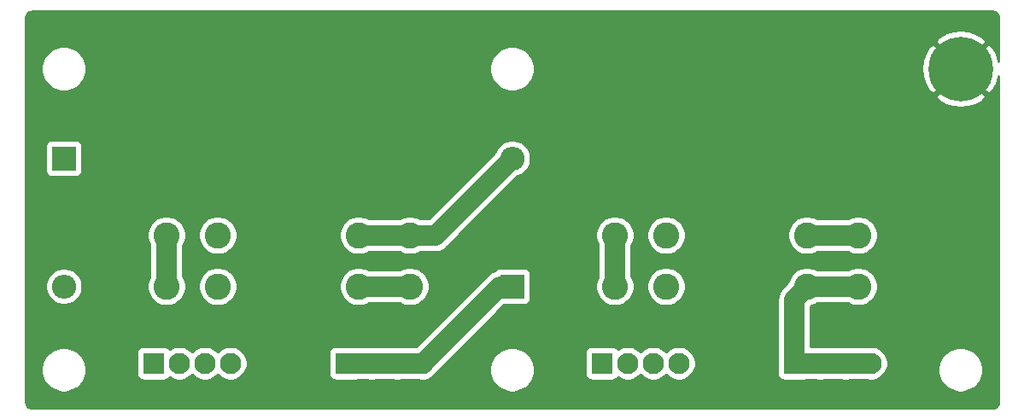
<source format=gbr>
G04 #@! TF.GenerationSoftware,KiCad,Pcbnew,(5.1.5)-3*
G04 #@! TF.CreationDate,2020-04-17T22:42:38-05:00*
G04 #@! TF.ProjectId,Breadboard-Power-Connectors,42726561-6462-46f6-9172-642d506f7765,rev?*
G04 #@! TF.SameCoordinates,Original*
G04 #@! TF.FileFunction,Copper,L2,Bot*
G04 #@! TF.FilePolarity,Positive*
%FSLAX46Y46*%
G04 Gerber Fmt 4.6, Leading zero omitted, Abs format (unit mm)*
G04 Created by KiCad (PCBNEW (5.1.5)-3) date 2020-04-17 22:42:38*
%MOMM*%
%LPD*%
G04 APERTURE LIST*
%ADD10R,2.400000X2.400000*%
%ADD11O,2.400000X2.400000*%
%ADD12C,6.400000*%
%ADD13C,2.600000*%
%ADD14R,2.100000X2.100000*%
%ADD15C,2.100000*%
%ADD16C,2.000000*%
%ADD17C,0.254000*%
G04 APERTURE END LIST*
D10*
X101600000Y-72390000D03*
D11*
X101600000Y-85090000D03*
X146050000Y-72390000D03*
D10*
X146050000Y-85090000D03*
D12*
X190500000Y-63500000D03*
D13*
X116840000Y-80010000D03*
X111760000Y-80010000D03*
X116840000Y-85090000D03*
X111760000Y-85090000D03*
D14*
X110490000Y-92710000D03*
D15*
X113030000Y-92710000D03*
X115570000Y-92710000D03*
X118110000Y-92710000D03*
D13*
X130810000Y-85090000D03*
X135890000Y-85090000D03*
X130810000Y-80010000D03*
X135890000Y-80010000D03*
D15*
X137160000Y-92710000D03*
X134620000Y-92710000D03*
X132080000Y-92710000D03*
D14*
X129540000Y-92710000D03*
D13*
X161290000Y-80010000D03*
X156210000Y-80010000D03*
X161290000Y-85090000D03*
X156210000Y-85090000D03*
D14*
X154940000Y-92710000D03*
D15*
X157480000Y-92710000D03*
X160020000Y-92710000D03*
X162560000Y-92710000D03*
D13*
X175260000Y-85090000D03*
X180340000Y-85090000D03*
X175260000Y-80010000D03*
X180340000Y-80010000D03*
D14*
X173990000Y-92710000D03*
D15*
X176530000Y-92710000D03*
X179070000Y-92710000D03*
X181610000Y-92710000D03*
D16*
X111760000Y-80010000D02*
X111760000Y-85090000D01*
X130810000Y-80010000D02*
X135890000Y-80010000D01*
X138430000Y-80010000D02*
X146050000Y-72390000D01*
X135890000Y-80010000D02*
X138430000Y-80010000D01*
X130810000Y-85090000D02*
X135890000Y-85090000D01*
X144780000Y-85090000D02*
X137160000Y-92710000D01*
X146050000Y-85090000D02*
X144780000Y-85090000D01*
X137160000Y-92710000D02*
X134620000Y-92710000D01*
X134620000Y-92710000D02*
X132080000Y-92710000D01*
X132080000Y-92710000D02*
X129540000Y-92710000D01*
X156210000Y-80010000D02*
X156210000Y-85090000D01*
X173990000Y-92710000D02*
X176530000Y-92710000D01*
X176530000Y-92710000D02*
X179070000Y-92710000D01*
X179070000Y-92710000D02*
X181610000Y-92710000D01*
X173990000Y-86360000D02*
X175260000Y-85090000D01*
X173990000Y-92710000D02*
X173990000Y-86360000D01*
X175260000Y-85090000D02*
X180340000Y-85090000D01*
X175260000Y-80010000D02*
X180340000Y-80010000D01*
D17*
G36*
X193792869Y-57824722D02*
G01*
X193906246Y-57858953D01*
X194010819Y-57914555D01*
X194102596Y-57989407D01*
X194178091Y-58080664D01*
X194234419Y-58184844D01*
X194269440Y-58297976D01*
X194285000Y-58446022D01*
X194285000Y-62780986D01*
X194284178Y-62772062D01*
X194069452Y-62047792D01*
X193717555Y-61379330D01*
X193690548Y-61338912D01*
X193200881Y-60978724D01*
X190679605Y-63500000D01*
X193200881Y-66021276D01*
X193690548Y-65661088D01*
X194050849Y-64997118D01*
X194274694Y-64275615D01*
X194285000Y-64177335D01*
X194285001Y-96487711D01*
X194270278Y-96637869D01*
X194236047Y-96751246D01*
X194180446Y-96855817D01*
X194105594Y-96947595D01*
X194014335Y-97023091D01*
X193910160Y-97079419D01*
X193797024Y-97114440D01*
X193648979Y-97130000D01*
X98457279Y-97130000D01*
X98307131Y-97115278D01*
X98193754Y-97081047D01*
X98089183Y-97025446D01*
X97997405Y-96950594D01*
X97921909Y-96859335D01*
X97865581Y-96755160D01*
X97830560Y-96642024D01*
X97815000Y-96493979D01*
X97815000Y-93124872D01*
X99365000Y-93124872D01*
X99365000Y-93565128D01*
X99450890Y-93996925D01*
X99619369Y-94403669D01*
X99863962Y-94769729D01*
X100175271Y-95081038D01*
X100541331Y-95325631D01*
X100948075Y-95494110D01*
X101379872Y-95580000D01*
X101820128Y-95580000D01*
X102251925Y-95494110D01*
X102658669Y-95325631D01*
X103024729Y-95081038D01*
X103336038Y-94769729D01*
X103580631Y-94403669D01*
X103749110Y-93996925D01*
X103835000Y-93565128D01*
X103835000Y-93124872D01*
X103749110Y-92693075D01*
X103580631Y-92286331D01*
X103336038Y-91920271D01*
X103075767Y-91660000D01*
X108801928Y-91660000D01*
X108801928Y-93760000D01*
X108814188Y-93884482D01*
X108850498Y-94004180D01*
X108909463Y-94114494D01*
X108988815Y-94211185D01*
X109085506Y-94290537D01*
X109195820Y-94349502D01*
X109315518Y-94385812D01*
X109440000Y-94398072D01*
X111540000Y-94398072D01*
X111664482Y-94385812D01*
X111784180Y-94349502D01*
X111894494Y-94290537D01*
X111991185Y-94211185D01*
X112070537Y-94114494D01*
X112078042Y-94100454D01*
X112231853Y-94203228D01*
X112538504Y-94330246D01*
X112864042Y-94395000D01*
X113195958Y-94395000D01*
X113521496Y-94330246D01*
X113828147Y-94203228D01*
X114104125Y-94018825D01*
X114300000Y-93822950D01*
X114495875Y-94018825D01*
X114771853Y-94203228D01*
X115078504Y-94330246D01*
X115404042Y-94395000D01*
X115735958Y-94395000D01*
X116061496Y-94330246D01*
X116368147Y-94203228D01*
X116644125Y-94018825D01*
X116840000Y-93822950D01*
X117035875Y-94018825D01*
X117311853Y-94203228D01*
X117618504Y-94330246D01*
X117944042Y-94395000D01*
X118275958Y-94395000D01*
X118601496Y-94330246D01*
X118908147Y-94203228D01*
X119184125Y-94018825D01*
X119418825Y-93784125D01*
X119603228Y-93508147D01*
X119730246Y-93201496D01*
X119795000Y-92875958D01*
X119795000Y-92544042D01*
X119730246Y-92218504D01*
X119603228Y-91911853D01*
X119434945Y-91660000D01*
X127851928Y-91660000D01*
X127851928Y-93760000D01*
X127864188Y-93884482D01*
X127900498Y-94004180D01*
X127959463Y-94114494D01*
X128038815Y-94211185D01*
X128135506Y-94290537D01*
X128245820Y-94349502D01*
X128365518Y-94385812D01*
X128490000Y-94398072D01*
X130590000Y-94398072D01*
X130714482Y-94385812D01*
X130834180Y-94349502D01*
X130842603Y-94345000D01*
X131662677Y-94345000D01*
X131914042Y-94395000D01*
X132245958Y-94395000D01*
X132497323Y-94345000D01*
X134202677Y-94345000D01*
X134454042Y-94395000D01*
X134785958Y-94395000D01*
X135037323Y-94345000D01*
X136742677Y-94345000D01*
X136994042Y-94395000D01*
X137325958Y-94395000D01*
X137651496Y-94330246D01*
X137958147Y-94203228D01*
X138234125Y-94018825D01*
X138468825Y-93784125D01*
X138611216Y-93571022D01*
X139057366Y-93124872D01*
X143815000Y-93124872D01*
X143815000Y-93565128D01*
X143900890Y-93996925D01*
X144069369Y-94403669D01*
X144313962Y-94769729D01*
X144625271Y-95081038D01*
X144991331Y-95325631D01*
X145398075Y-95494110D01*
X145829872Y-95580000D01*
X146270128Y-95580000D01*
X146701925Y-95494110D01*
X147108669Y-95325631D01*
X147474729Y-95081038D01*
X147786038Y-94769729D01*
X148030631Y-94403669D01*
X148199110Y-93996925D01*
X148285000Y-93565128D01*
X148285000Y-93124872D01*
X148199110Y-92693075D01*
X148030631Y-92286331D01*
X147786038Y-91920271D01*
X147525767Y-91660000D01*
X153251928Y-91660000D01*
X153251928Y-93760000D01*
X153264188Y-93884482D01*
X153300498Y-94004180D01*
X153359463Y-94114494D01*
X153438815Y-94211185D01*
X153535506Y-94290537D01*
X153645820Y-94349502D01*
X153765518Y-94385812D01*
X153890000Y-94398072D01*
X155990000Y-94398072D01*
X156114482Y-94385812D01*
X156234180Y-94349502D01*
X156344494Y-94290537D01*
X156441185Y-94211185D01*
X156520537Y-94114494D01*
X156528042Y-94100454D01*
X156681853Y-94203228D01*
X156988504Y-94330246D01*
X157314042Y-94395000D01*
X157645958Y-94395000D01*
X157971496Y-94330246D01*
X158278147Y-94203228D01*
X158554125Y-94018825D01*
X158750000Y-93822950D01*
X158945875Y-94018825D01*
X159221853Y-94203228D01*
X159528504Y-94330246D01*
X159854042Y-94395000D01*
X160185958Y-94395000D01*
X160511496Y-94330246D01*
X160818147Y-94203228D01*
X161094125Y-94018825D01*
X161290000Y-93822950D01*
X161485875Y-94018825D01*
X161761853Y-94203228D01*
X162068504Y-94330246D01*
X162394042Y-94395000D01*
X162725958Y-94395000D01*
X163051496Y-94330246D01*
X163358147Y-94203228D01*
X163634125Y-94018825D01*
X163868825Y-93784125D01*
X164053228Y-93508147D01*
X164180246Y-93201496D01*
X164245000Y-92875958D01*
X164245000Y-92544042D01*
X164180246Y-92218504D01*
X164053228Y-91911853D01*
X163884945Y-91660000D01*
X172301928Y-91660000D01*
X172301928Y-93760000D01*
X172314188Y-93884482D01*
X172350498Y-94004180D01*
X172409463Y-94114494D01*
X172488815Y-94211185D01*
X172585506Y-94290537D01*
X172695820Y-94349502D01*
X172815518Y-94385812D01*
X172940000Y-94398072D01*
X175040000Y-94398072D01*
X175164482Y-94385812D01*
X175284180Y-94349502D01*
X175292603Y-94345000D01*
X176112677Y-94345000D01*
X176364042Y-94395000D01*
X176695958Y-94395000D01*
X176947323Y-94345000D01*
X178652677Y-94345000D01*
X178904042Y-94395000D01*
X179235958Y-94395000D01*
X179487323Y-94345000D01*
X181192677Y-94345000D01*
X181444042Y-94395000D01*
X181775958Y-94395000D01*
X182101496Y-94330246D01*
X182408147Y-94203228D01*
X182684125Y-94018825D01*
X182918825Y-93784125D01*
X183103228Y-93508147D01*
X183230246Y-93201496D01*
X183245487Y-93124872D01*
X188265000Y-93124872D01*
X188265000Y-93565128D01*
X188350890Y-93996925D01*
X188519369Y-94403669D01*
X188763962Y-94769729D01*
X189075271Y-95081038D01*
X189441331Y-95325631D01*
X189848075Y-95494110D01*
X190279872Y-95580000D01*
X190720128Y-95580000D01*
X191151925Y-95494110D01*
X191558669Y-95325631D01*
X191924729Y-95081038D01*
X192236038Y-94769729D01*
X192480631Y-94403669D01*
X192649110Y-93996925D01*
X192735000Y-93565128D01*
X192735000Y-93124872D01*
X192649110Y-92693075D01*
X192480631Y-92286331D01*
X192236038Y-91920271D01*
X191924729Y-91608962D01*
X191558669Y-91364369D01*
X191151925Y-91195890D01*
X190720128Y-91110000D01*
X190279872Y-91110000D01*
X189848075Y-91195890D01*
X189441331Y-91364369D01*
X189075271Y-91608962D01*
X188763962Y-91920271D01*
X188519369Y-92286331D01*
X188350890Y-92693075D01*
X188265000Y-93124872D01*
X183245487Y-93124872D01*
X183295000Y-92875958D01*
X183295000Y-92544042D01*
X183230246Y-92218504D01*
X183103228Y-91911853D01*
X182918825Y-91635875D01*
X182684125Y-91401175D01*
X182408147Y-91216772D01*
X182101496Y-91089754D01*
X181775958Y-91025000D01*
X181444042Y-91025000D01*
X181192677Y-91075000D01*
X179487323Y-91075000D01*
X179235958Y-91025000D01*
X178904042Y-91025000D01*
X178652677Y-91075000D01*
X176947323Y-91075000D01*
X176695958Y-91025000D01*
X176364042Y-91025000D01*
X176112677Y-91075000D01*
X175625000Y-91075000D01*
X175625000Y-87037238D01*
X175683586Y-86978652D01*
X175824419Y-86950639D01*
X176176566Y-86804775D01*
X176295958Y-86725000D01*
X179304042Y-86725000D01*
X179423434Y-86804775D01*
X179775581Y-86950639D01*
X180149419Y-87025000D01*
X180530581Y-87025000D01*
X180904419Y-86950639D01*
X181256566Y-86804775D01*
X181573491Y-86593013D01*
X181843013Y-86323491D01*
X182054775Y-86006566D01*
X182200639Y-85654419D01*
X182275000Y-85280581D01*
X182275000Y-84899419D01*
X182200639Y-84525581D01*
X182054775Y-84173434D01*
X181843013Y-83856509D01*
X181573491Y-83586987D01*
X181256566Y-83375225D01*
X180904419Y-83229361D01*
X180530581Y-83155000D01*
X180149419Y-83155000D01*
X179775581Y-83229361D01*
X179423434Y-83375225D01*
X179304042Y-83455000D01*
X176295958Y-83455000D01*
X176176566Y-83375225D01*
X175824419Y-83229361D01*
X175450581Y-83155000D01*
X175069419Y-83155000D01*
X174695581Y-83229361D01*
X174343434Y-83375225D01*
X174026509Y-83586987D01*
X173756987Y-83856509D01*
X173545225Y-84173434D01*
X173399361Y-84525581D01*
X173371348Y-84666414D01*
X172890682Y-85147080D01*
X172828287Y-85198286D01*
X172760750Y-85280581D01*
X172623970Y-85447248D01*
X172472148Y-85731286D01*
X172378658Y-86039484D01*
X172347089Y-86360000D01*
X172355001Y-86440329D01*
X172355000Y-91407397D01*
X172350498Y-91415820D01*
X172314188Y-91535518D01*
X172301928Y-91660000D01*
X163884945Y-91660000D01*
X163868825Y-91635875D01*
X163634125Y-91401175D01*
X163358147Y-91216772D01*
X163051496Y-91089754D01*
X162725958Y-91025000D01*
X162394042Y-91025000D01*
X162068504Y-91089754D01*
X161761853Y-91216772D01*
X161485875Y-91401175D01*
X161290000Y-91597050D01*
X161094125Y-91401175D01*
X160818147Y-91216772D01*
X160511496Y-91089754D01*
X160185958Y-91025000D01*
X159854042Y-91025000D01*
X159528504Y-91089754D01*
X159221853Y-91216772D01*
X158945875Y-91401175D01*
X158750000Y-91597050D01*
X158554125Y-91401175D01*
X158278147Y-91216772D01*
X157971496Y-91089754D01*
X157645958Y-91025000D01*
X157314042Y-91025000D01*
X156988504Y-91089754D01*
X156681853Y-91216772D01*
X156528042Y-91319546D01*
X156520537Y-91305506D01*
X156441185Y-91208815D01*
X156344494Y-91129463D01*
X156234180Y-91070498D01*
X156114482Y-91034188D01*
X155990000Y-91021928D01*
X153890000Y-91021928D01*
X153765518Y-91034188D01*
X153645820Y-91070498D01*
X153535506Y-91129463D01*
X153438815Y-91208815D01*
X153359463Y-91305506D01*
X153300498Y-91415820D01*
X153264188Y-91535518D01*
X153251928Y-91660000D01*
X147525767Y-91660000D01*
X147474729Y-91608962D01*
X147108669Y-91364369D01*
X146701925Y-91195890D01*
X146270128Y-91110000D01*
X145829872Y-91110000D01*
X145398075Y-91195890D01*
X144991331Y-91364369D01*
X144625271Y-91608962D01*
X144313962Y-91920271D01*
X144069369Y-92286331D01*
X143900890Y-92693075D01*
X143815000Y-93124872D01*
X139057366Y-93124872D01*
X145254167Y-86928072D01*
X147250000Y-86928072D01*
X147374482Y-86915812D01*
X147494180Y-86879502D01*
X147604494Y-86820537D01*
X147701185Y-86741185D01*
X147780537Y-86644494D01*
X147839502Y-86534180D01*
X147875812Y-86414482D01*
X147888072Y-86290000D01*
X147888072Y-83890000D01*
X147875812Y-83765518D01*
X147839502Y-83645820D01*
X147780537Y-83535506D01*
X147701185Y-83438815D01*
X147604494Y-83359463D01*
X147494180Y-83300498D01*
X147374482Y-83264188D01*
X147250000Y-83251928D01*
X144850000Y-83251928D01*
X144725518Y-83264188D01*
X144605820Y-83300498D01*
X144495506Y-83359463D01*
X144398815Y-83438815D01*
X144335170Y-83516367D01*
X144151285Y-83572148D01*
X143867248Y-83723969D01*
X143618286Y-83928286D01*
X143567080Y-83990681D01*
X136482762Y-91075000D01*
X135037323Y-91075000D01*
X134785958Y-91025000D01*
X134454042Y-91025000D01*
X134202677Y-91075000D01*
X132497323Y-91075000D01*
X132245958Y-91025000D01*
X131914042Y-91025000D01*
X131662677Y-91075000D01*
X130842603Y-91075000D01*
X130834180Y-91070498D01*
X130714482Y-91034188D01*
X130590000Y-91021928D01*
X128490000Y-91021928D01*
X128365518Y-91034188D01*
X128245820Y-91070498D01*
X128135506Y-91129463D01*
X128038815Y-91208815D01*
X127959463Y-91305506D01*
X127900498Y-91415820D01*
X127864188Y-91535518D01*
X127851928Y-91660000D01*
X119434945Y-91660000D01*
X119418825Y-91635875D01*
X119184125Y-91401175D01*
X118908147Y-91216772D01*
X118601496Y-91089754D01*
X118275958Y-91025000D01*
X117944042Y-91025000D01*
X117618504Y-91089754D01*
X117311853Y-91216772D01*
X117035875Y-91401175D01*
X116840000Y-91597050D01*
X116644125Y-91401175D01*
X116368147Y-91216772D01*
X116061496Y-91089754D01*
X115735958Y-91025000D01*
X115404042Y-91025000D01*
X115078504Y-91089754D01*
X114771853Y-91216772D01*
X114495875Y-91401175D01*
X114300000Y-91597050D01*
X114104125Y-91401175D01*
X113828147Y-91216772D01*
X113521496Y-91089754D01*
X113195958Y-91025000D01*
X112864042Y-91025000D01*
X112538504Y-91089754D01*
X112231853Y-91216772D01*
X112078042Y-91319546D01*
X112070537Y-91305506D01*
X111991185Y-91208815D01*
X111894494Y-91129463D01*
X111784180Y-91070498D01*
X111664482Y-91034188D01*
X111540000Y-91021928D01*
X109440000Y-91021928D01*
X109315518Y-91034188D01*
X109195820Y-91070498D01*
X109085506Y-91129463D01*
X108988815Y-91208815D01*
X108909463Y-91305506D01*
X108850498Y-91415820D01*
X108814188Y-91535518D01*
X108801928Y-91660000D01*
X103075767Y-91660000D01*
X103024729Y-91608962D01*
X102658669Y-91364369D01*
X102251925Y-91195890D01*
X101820128Y-91110000D01*
X101379872Y-91110000D01*
X100948075Y-91195890D01*
X100541331Y-91364369D01*
X100175271Y-91608962D01*
X99863962Y-91920271D01*
X99619369Y-92286331D01*
X99450890Y-92693075D01*
X99365000Y-93124872D01*
X97815000Y-93124872D01*
X97815000Y-84909268D01*
X99765000Y-84909268D01*
X99765000Y-85270732D01*
X99835518Y-85625250D01*
X99973844Y-85959199D01*
X100174662Y-86259744D01*
X100430256Y-86515338D01*
X100730801Y-86716156D01*
X101064750Y-86854482D01*
X101419268Y-86925000D01*
X101780732Y-86925000D01*
X102135250Y-86854482D01*
X102469199Y-86716156D01*
X102769744Y-86515338D01*
X103025338Y-86259744D01*
X103226156Y-85959199D01*
X103364482Y-85625250D01*
X103435000Y-85270732D01*
X103435000Y-84909268D01*
X103364482Y-84554750D01*
X103226156Y-84220801D01*
X103025338Y-83920256D01*
X102769744Y-83664662D01*
X102469199Y-83463844D01*
X102135250Y-83325518D01*
X101780732Y-83255000D01*
X101419268Y-83255000D01*
X101064750Y-83325518D01*
X100730801Y-83463844D01*
X100430256Y-83664662D01*
X100174662Y-83920256D01*
X99973844Y-84220801D01*
X99835518Y-84554750D01*
X99765000Y-84909268D01*
X97815000Y-84909268D01*
X97815000Y-79819419D01*
X109825000Y-79819419D01*
X109825000Y-80200581D01*
X109899361Y-80574419D01*
X110045225Y-80926566D01*
X110125000Y-81045958D01*
X110125001Y-84054041D01*
X110045225Y-84173434D01*
X109899361Y-84525581D01*
X109825000Y-84899419D01*
X109825000Y-85280581D01*
X109899361Y-85654419D01*
X110045225Y-86006566D01*
X110256987Y-86323491D01*
X110526509Y-86593013D01*
X110843434Y-86804775D01*
X111195581Y-86950639D01*
X111569419Y-87025000D01*
X111950581Y-87025000D01*
X112324419Y-86950639D01*
X112676566Y-86804775D01*
X112993491Y-86593013D01*
X113263013Y-86323491D01*
X113474775Y-86006566D01*
X113620639Y-85654419D01*
X113695000Y-85280581D01*
X113695000Y-84899419D01*
X114905000Y-84899419D01*
X114905000Y-85280581D01*
X114979361Y-85654419D01*
X115125225Y-86006566D01*
X115336987Y-86323491D01*
X115606509Y-86593013D01*
X115923434Y-86804775D01*
X116275581Y-86950639D01*
X116649419Y-87025000D01*
X117030581Y-87025000D01*
X117404419Y-86950639D01*
X117756566Y-86804775D01*
X118073491Y-86593013D01*
X118343013Y-86323491D01*
X118554775Y-86006566D01*
X118700639Y-85654419D01*
X118775000Y-85280581D01*
X118775000Y-84899419D01*
X128875000Y-84899419D01*
X128875000Y-85280581D01*
X128949361Y-85654419D01*
X129095225Y-86006566D01*
X129306987Y-86323491D01*
X129576509Y-86593013D01*
X129893434Y-86804775D01*
X130245581Y-86950639D01*
X130619419Y-87025000D01*
X131000581Y-87025000D01*
X131374419Y-86950639D01*
X131726566Y-86804775D01*
X131845958Y-86725000D01*
X134854042Y-86725000D01*
X134973434Y-86804775D01*
X135325581Y-86950639D01*
X135699419Y-87025000D01*
X136080581Y-87025000D01*
X136454419Y-86950639D01*
X136806566Y-86804775D01*
X137123491Y-86593013D01*
X137393013Y-86323491D01*
X137604775Y-86006566D01*
X137750639Y-85654419D01*
X137825000Y-85280581D01*
X137825000Y-84899419D01*
X137750639Y-84525581D01*
X137604775Y-84173434D01*
X137393013Y-83856509D01*
X137123491Y-83586987D01*
X136806566Y-83375225D01*
X136454419Y-83229361D01*
X136080581Y-83155000D01*
X135699419Y-83155000D01*
X135325581Y-83229361D01*
X134973434Y-83375225D01*
X134854042Y-83455000D01*
X131845958Y-83455000D01*
X131726566Y-83375225D01*
X131374419Y-83229361D01*
X131000581Y-83155000D01*
X130619419Y-83155000D01*
X130245581Y-83229361D01*
X129893434Y-83375225D01*
X129576509Y-83586987D01*
X129306987Y-83856509D01*
X129095225Y-84173434D01*
X128949361Y-84525581D01*
X128875000Y-84899419D01*
X118775000Y-84899419D01*
X118700639Y-84525581D01*
X118554775Y-84173434D01*
X118343013Y-83856509D01*
X118073491Y-83586987D01*
X117756566Y-83375225D01*
X117404419Y-83229361D01*
X117030581Y-83155000D01*
X116649419Y-83155000D01*
X116275581Y-83229361D01*
X115923434Y-83375225D01*
X115606509Y-83586987D01*
X115336987Y-83856509D01*
X115125225Y-84173434D01*
X114979361Y-84525581D01*
X114905000Y-84899419D01*
X113695000Y-84899419D01*
X113620639Y-84525581D01*
X113474775Y-84173434D01*
X113395000Y-84054042D01*
X113395000Y-81045958D01*
X113474775Y-80926566D01*
X113620639Y-80574419D01*
X113695000Y-80200581D01*
X113695000Y-79819419D01*
X114905000Y-79819419D01*
X114905000Y-80200581D01*
X114979361Y-80574419D01*
X115125225Y-80926566D01*
X115336987Y-81243491D01*
X115606509Y-81513013D01*
X115923434Y-81724775D01*
X116275581Y-81870639D01*
X116649419Y-81945000D01*
X117030581Y-81945000D01*
X117404419Y-81870639D01*
X117756566Y-81724775D01*
X118073491Y-81513013D01*
X118343013Y-81243491D01*
X118554775Y-80926566D01*
X118700639Y-80574419D01*
X118775000Y-80200581D01*
X118775000Y-79819419D01*
X128875000Y-79819419D01*
X128875000Y-80200581D01*
X128949361Y-80574419D01*
X129095225Y-80926566D01*
X129306987Y-81243491D01*
X129576509Y-81513013D01*
X129893434Y-81724775D01*
X130245581Y-81870639D01*
X130619419Y-81945000D01*
X131000581Y-81945000D01*
X131374419Y-81870639D01*
X131726566Y-81724775D01*
X131845958Y-81645000D01*
X134854042Y-81645000D01*
X134973434Y-81724775D01*
X135325581Y-81870639D01*
X135699419Y-81945000D01*
X136080581Y-81945000D01*
X136454419Y-81870639D01*
X136806566Y-81724775D01*
X136925958Y-81645000D01*
X138349681Y-81645000D01*
X138430000Y-81652911D01*
X138510319Y-81645000D01*
X138510322Y-81645000D01*
X138750516Y-81621343D01*
X139058715Y-81527852D01*
X139342752Y-81376031D01*
X139591714Y-81171714D01*
X139642925Y-81109313D01*
X140932819Y-79819419D01*
X154275000Y-79819419D01*
X154275000Y-80200581D01*
X154349361Y-80574419D01*
X154495225Y-80926566D01*
X154575000Y-81045958D01*
X154575001Y-84054041D01*
X154495225Y-84173434D01*
X154349361Y-84525581D01*
X154275000Y-84899419D01*
X154275000Y-85280581D01*
X154349361Y-85654419D01*
X154495225Y-86006566D01*
X154706987Y-86323491D01*
X154976509Y-86593013D01*
X155293434Y-86804775D01*
X155645581Y-86950639D01*
X156019419Y-87025000D01*
X156400581Y-87025000D01*
X156774419Y-86950639D01*
X157126566Y-86804775D01*
X157443491Y-86593013D01*
X157713013Y-86323491D01*
X157924775Y-86006566D01*
X158070639Y-85654419D01*
X158145000Y-85280581D01*
X158145000Y-84899419D01*
X159355000Y-84899419D01*
X159355000Y-85280581D01*
X159429361Y-85654419D01*
X159575225Y-86006566D01*
X159786987Y-86323491D01*
X160056509Y-86593013D01*
X160373434Y-86804775D01*
X160725581Y-86950639D01*
X161099419Y-87025000D01*
X161480581Y-87025000D01*
X161854419Y-86950639D01*
X162206566Y-86804775D01*
X162523491Y-86593013D01*
X162793013Y-86323491D01*
X163004775Y-86006566D01*
X163150639Y-85654419D01*
X163225000Y-85280581D01*
X163225000Y-84899419D01*
X163150639Y-84525581D01*
X163004775Y-84173434D01*
X162793013Y-83856509D01*
X162523491Y-83586987D01*
X162206566Y-83375225D01*
X161854419Y-83229361D01*
X161480581Y-83155000D01*
X161099419Y-83155000D01*
X160725581Y-83229361D01*
X160373434Y-83375225D01*
X160056509Y-83586987D01*
X159786987Y-83856509D01*
X159575225Y-84173434D01*
X159429361Y-84525581D01*
X159355000Y-84899419D01*
X158145000Y-84899419D01*
X158070639Y-84525581D01*
X157924775Y-84173434D01*
X157845000Y-84054042D01*
X157845000Y-81045958D01*
X157924775Y-80926566D01*
X158070639Y-80574419D01*
X158145000Y-80200581D01*
X158145000Y-79819419D01*
X159355000Y-79819419D01*
X159355000Y-80200581D01*
X159429361Y-80574419D01*
X159575225Y-80926566D01*
X159786987Y-81243491D01*
X160056509Y-81513013D01*
X160373434Y-81724775D01*
X160725581Y-81870639D01*
X161099419Y-81945000D01*
X161480581Y-81945000D01*
X161854419Y-81870639D01*
X162206566Y-81724775D01*
X162523491Y-81513013D01*
X162793013Y-81243491D01*
X163004775Y-80926566D01*
X163150639Y-80574419D01*
X163225000Y-80200581D01*
X163225000Y-79819419D01*
X173325000Y-79819419D01*
X173325000Y-80200581D01*
X173399361Y-80574419D01*
X173545225Y-80926566D01*
X173756987Y-81243491D01*
X174026509Y-81513013D01*
X174343434Y-81724775D01*
X174695581Y-81870639D01*
X175069419Y-81945000D01*
X175450581Y-81945000D01*
X175824419Y-81870639D01*
X176176566Y-81724775D01*
X176295958Y-81645000D01*
X179304042Y-81645000D01*
X179423434Y-81724775D01*
X179775581Y-81870639D01*
X180149419Y-81945000D01*
X180530581Y-81945000D01*
X180904419Y-81870639D01*
X181256566Y-81724775D01*
X181573491Y-81513013D01*
X181843013Y-81243491D01*
X182054775Y-80926566D01*
X182200639Y-80574419D01*
X182275000Y-80200581D01*
X182275000Y-79819419D01*
X182200639Y-79445581D01*
X182054775Y-79093434D01*
X181843013Y-78776509D01*
X181573491Y-78506987D01*
X181256566Y-78295225D01*
X180904419Y-78149361D01*
X180530581Y-78075000D01*
X180149419Y-78075000D01*
X179775581Y-78149361D01*
X179423434Y-78295225D01*
X179304042Y-78375000D01*
X176295958Y-78375000D01*
X176176566Y-78295225D01*
X175824419Y-78149361D01*
X175450581Y-78075000D01*
X175069419Y-78075000D01*
X174695581Y-78149361D01*
X174343434Y-78295225D01*
X174026509Y-78506987D01*
X173756987Y-78776509D01*
X173545225Y-79093434D01*
X173399361Y-79445581D01*
X173325000Y-79819419D01*
X163225000Y-79819419D01*
X163150639Y-79445581D01*
X163004775Y-79093434D01*
X162793013Y-78776509D01*
X162523491Y-78506987D01*
X162206566Y-78295225D01*
X161854419Y-78149361D01*
X161480581Y-78075000D01*
X161099419Y-78075000D01*
X160725581Y-78149361D01*
X160373434Y-78295225D01*
X160056509Y-78506987D01*
X159786987Y-78776509D01*
X159575225Y-79093434D01*
X159429361Y-79445581D01*
X159355000Y-79819419D01*
X158145000Y-79819419D01*
X158070639Y-79445581D01*
X157924775Y-79093434D01*
X157713013Y-78776509D01*
X157443491Y-78506987D01*
X157126566Y-78295225D01*
X156774419Y-78149361D01*
X156400581Y-78075000D01*
X156019419Y-78075000D01*
X155645581Y-78149361D01*
X155293434Y-78295225D01*
X154976509Y-78506987D01*
X154706987Y-78776509D01*
X154495225Y-79093434D01*
X154349361Y-79445581D01*
X154275000Y-79819419D01*
X140932819Y-79819419D01*
X146606601Y-74145638D01*
X146919199Y-74016156D01*
X147219744Y-73815338D01*
X147475338Y-73559744D01*
X147676156Y-73259199D01*
X147814482Y-72925250D01*
X147885000Y-72570732D01*
X147885000Y-72209268D01*
X147814482Y-71854750D01*
X147676156Y-71520801D01*
X147475338Y-71220256D01*
X147219744Y-70964662D01*
X146919199Y-70763844D01*
X146585250Y-70625518D01*
X146230732Y-70555000D01*
X145869268Y-70555000D01*
X145514750Y-70625518D01*
X145180801Y-70763844D01*
X144880256Y-70964662D01*
X144624662Y-71220256D01*
X144423844Y-71520801D01*
X144294362Y-71833399D01*
X137752762Y-78375000D01*
X136925958Y-78375000D01*
X136806566Y-78295225D01*
X136454419Y-78149361D01*
X136080581Y-78075000D01*
X135699419Y-78075000D01*
X135325581Y-78149361D01*
X134973434Y-78295225D01*
X134854042Y-78375000D01*
X131845958Y-78375000D01*
X131726566Y-78295225D01*
X131374419Y-78149361D01*
X131000581Y-78075000D01*
X130619419Y-78075000D01*
X130245581Y-78149361D01*
X129893434Y-78295225D01*
X129576509Y-78506987D01*
X129306987Y-78776509D01*
X129095225Y-79093434D01*
X128949361Y-79445581D01*
X128875000Y-79819419D01*
X118775000Y-79819419D01*
X118700639Y-79445581D01*
X118554775Y-79093434D01*
X118343013Y-78776509D01*
X118073491Y-78506987D01*
X117756566Y-78295225D01*
X117404419Y-78149361D01*
X117030581Y-78075000D01*
X116649419Y-78075000D01*
X116275581Y-78149361D01*
X115923434Y-78295225D01*
X115606509Y-78506987D01*
X115336987Y-78776509D01*
X115125225Y-79093434D01*
X114979361Y-79445581D01*
X114905000Y-79819419D01*
X113695000Y-79819419D01*
X113620639Y-79445581D01*
X113474775Y-79093434D01*
X113263013Y-78776509D01*
X112993491Y-78506987D01*
X112676566Y-78295225D01*
X112324419Y-78149361D01*
X111950581Y-78075000D01*
X111569419Y-78075000D01*
X111195581Y-78149361D01*
X110843434Y-78295225D01*
X110526509Y-78506987D01*
X110256987Y-78776509D01*
X110045225Y-79093434D01*
X109899361Y-79445581D01*
X109825000Y-79819419D01*
X97815000Y-79819419D01*
X97815000Y-71190000D01*
X99761928Y-71190000D01*
X99761928Y-73590000D01*
X99774188Y-73714482D01*
X99810498Y-73834180D01*
X99869463Y-73944494D01*
X99948815Y-74041185D01*
X100045506Y-74120537D01*
X100155820Y-74179502D01*
X100275518Y-74215812D01*
X100400000Y-74228072D01*
X102800000Y-74228072D01*
X102924482Y-74215812D01*
X103044180Y-74179502D01*
X103154494Y-74120537D01*
X103251185Y-74041185D01*
X103330537Y-73944494D01*
X103389502Y-73834180D01*
X103425812Y-73714482D01*
X103438072Y-73590000D01*
X103438072Y-71190000D01*
X103425812Y-71065518D01*
X103389502Y-70945820D01*
X103330537Y-70835506D01*
X103251185Y-70738815D01*
X103154494Y-70659463D01*
X103044180Y-70600498D01*
X102924482Y-70564188D01*
X102800000Y-70551928D01*
X100400000Y-70551928D01*
X100275518Y-70564188D01*
X100155820Y-70600498D01*
X100045506Y-70659463D01*
X99948815Y-70738815D01*
X99869463Y-70835506D01*
X99810498Y-70945820D01*
X99774188Y-71065518D01*
X99761928Y-71190000D01*
X97815000Y-71190000D01*
X97815000Y-66200881D01*
X187978724Y-66200881D01*
X188338912Y-66690548D01*
X189002882Y-67050849D01*
X189724385Y-67274694D01*
X190475695Y-67353480D01*
X191227938Y-67284178D01*
X191952208Y-67069452D01*
X192620670Y-66717555D01*
X192661088Y-66690548D01*
X193021276Y-66200881D01*
X190500000Y-63679605D01*
X187978724Y-66200881D01*
X97815000Y-66200881D01*
X97815000Y-63279872D01*
X99365000Y-63279872D01*
X99365000Y-63720128D01*
X99450890Y-64151925D01*
X99619369Y-64558669D01*
X99863962Y-64924729D01*
X100175271Y-65236038D01*
X100541331Y-65480631D01*
X100948075Y-65649110D01*
X101379872Y-65735000D01*
X101820128Y-65735000D01*
X102251925Y-65649110D01*
X102658669Y-65480631D01*
X103024729Y-65236038D01*
X103336038Y-64924729D01*
X103580631Y-64558669D01*
X103749110Y-64151925D01*
X103835000Y-63720128D01*
X103835000Y-63279872D01*
X143815000Y-63279872D01*
X143815000Y-63720128D01*
X143900890Y-64151925D01*
X144069369Y-64558669D01*
X144313962Y-64924729D01*
X144625271Y-65236038D01*
X144991331Y-65480631D01*
X145398075Y-65649110D01*
X145829872Y-65735000D01*
X146270128Y-65735000D01*
X146701925Y-65649110D01*
X147108669Y-65480631D01*
X147474729Y-65236038D01*
X147786038Y-64924729D01*
X148030631Y-64558669D01*
X148199110Y-64151925D01*
X148285000Y-63720128D01*
X148285000Y-63475695D01*
X186646520Y-63475695D01*
X186715822Y-64227938D01*
X186930548Y-64952208D01*
X187282445Y-65620670D01*
X187309452Y-65661088D01*
X187799119Y-66021276D01*
X190320395Y-63500000D01*
X187799119Y-60978724D01*
X187309452Y-61338912D01*
X186949151Y-62002882D01*
X186725306Y-62724385D01*
X186646520Y-63475695D01*
X148285000Y-63475695D01*
X148285000Y-63279872D01*
X148199110Y-62848075D01*
X148030631Y-62441331D01*
X147786038Y-62075271D01*
X147474729Y-61763962D01*
X147108669Y-61519369D01*
X146701925Y-61350890D01*
X146270128Y-61265000D01*
X145829872Y-61265000D01*
X145398075Y-61350890D01*
X144991331Y-61519369D01*
X144625271Y-61763962D01*
X144313962Y-62075271D01*
X144069369Y-62441331D01*
X143900890Y-62848075D01*
X143815000Y-63279872D01*
X103835000Y-63279872D01*
X103749110Y-62848075D01*
X103580631Y-62441331D01*
X103336038Y-62075271D01*
X103024729Y-61763962D01*
X102658669Y-61519369D01*
X102251925Y-61350890D01*
X101820128Y-61265000D01*
X101379872Y-61265000D01*
X100948075Y-61350890D01*
X100541331Y-61519369D01*
X100175271Y-61763962D01*
X99863962Y-62075271D01*
X99619369Y-62441331D01*
X99450890Y-62848075D01*
X99365000Y-63279872D01*
X97815000Y-63279872D01*
X97815000Y-60799119D01*
X187978724Y-60799119D01*
X190500000Y-63320395D01*
X193021276Y-60799119D01*
X192661088Y-60309452D01*
X191997118Y-59949151D01*
X191275615Y-59725306D01*
X190524305Y-59646520D01*
X189772062Y-59715822D01*
X189047792Y-59930548D01*
X188379330Y-60282445D01*
X188338912Y-60309452D01*
X187978724Y-60799119D01*
X97815000Y-60799119D01*
X97815000Y-58452279D01*
X97829722Y-58302131D01*
X97863953Y-58188754D01*
X97919555Y-58084181D01*
X97994407Y-57992404D01*
X98085664Y-57916909D01*
X98189844Y-57860581D01*
X98302976Y-57825560D01*
X98451022Y-57810000D01*
X193642721Y-57810000D01*
X193792869Y-57824722D01*
G37*
X193792869Y-57824722D02*
X193906246Y-57858953D01*
X194010819Y-57914555D01*
X194102596Y-57989407D01*
X194178091Y-58080664D01*
X194234419Y-58184844D01*
X194269440Y-58297976D01*
X194285000Y-58446022D01*
X194285000Y-62780986D01*
X194284178Y-62772062D01*
X194069452Y-62047792D01*
X193717555Y-61379330D01*
X193690548Y-61338912D01*
X193200881Y-60978724D01*
X190679605Y-63500000D01*
X193200881Y-66021276D01*
X193690548Y-65661088D01*
X194050849Y-64997118D01*
X194274694Y-64275615D01*
X194285000Y-64177335D01*
X194285001Y-96487711D01*
X194270278Y-96637869D01*
X194236047Y-96751246D01*
X194180446Y-96855817D01*
X194105594Y-96947595D01*
X194014335Y-97023091D01*
X193910160Y-97079419D01*
X193797024Y-97114440D01*
X193648979Y-97130000D01*
X98457279Y-97130000D01*
X98307131Y-97115278D01*
X98193754Y-97081047D01*
X98089183Y-97025446D01*
X97997405Y-96950594D01*
X97921909Y-96859335D01*
X97865581Y-96755160D01*
X97830560Y-96642024D01*
X97815000Y-96493979D01*
X97815000Y-93124872D01*
X99365000Y-93124872D01*
X99365000Y-93565128D01*
X99450890Y-93996925D01*
X99619369Y-94403669D01*
X99863962Y-94769729D01*
X100175271Y-95081038D01*
X100541331Y-95325631D01*
X100948075Y-95494110D01*
X101379872Y-95580000D01*
X101820128Y-95580000D01*
X102251925Y-95494110D01*
X102658669Y-95325631D01*
X103024729Y-95081038D01*
X103336038Y-94769729D01*
X103580631Y-94403669D01*
X103749110Y-93996925D01*
X103835000Y-93565128D01*
X103835000Y-93124872D01*
X103749110Y-92693075D01*
X103580631Y-92286331D01*
X103336038Y-91920271D01*
X103075767Y-91660000D01*
X108801928Y-91660000D01*
X108801928Y-93760000D01*
X108814188Y-93884482D01*
X108850498Y-94004180D01*
X108909463Y-94114494D01*
X108988815Y-94211185D01*
X109085506Y-94290537D01*
X109195820Y-94349502D01*
X109315518Y-94385812D01*
X109440000Y-94398072D01*
X111540000Y-94398072D01*
X111664482Y-94385812D01*
X111784180Y-94349502D01*
X111894494Y-94290537D01*
X111991185Y-94211185D01*
X112070537Y-94114494D01*
X112078042Y-94100454D01*
X112231853Y-94203228D01*
X112538504Y-94330246D01*
X112864042Y-94395000D01*
X113195958Y-94395000D01*
X113521496Y-94330246D01*
X113828147Y-94203228D01*
X114104125Y-94018825D01*
X114300000Y-93822950D01*
X114495875Y-94018825D01*
X114771853Y-94203228D01*
X115078504Y-94330246D01*
X115404042Y-94395000D01*
X115735958Y-94395000D01*
X116061496Y-94330246D01*
X116368147Y-94203228D01*
X116644125Y-94018825D01*
X116840000Y-93822950D01*
X117035875Y-94018825D01*
X117311853Y-94203228D01*
X117618504Y-94330246D01*
X117944042Y-94395000D01*
X118275958Y-94395000D01*
X118601496Y-94330246D01*
X118908147Y-94203228D01*
X119184125Y-94018825D01*
X119418825Y-93784125D01*
X119603228Y-93508147D01*
X119730246Y-93201496D01*
X119795000Y-92875958D01*
X119795000Y-92544042D01*
X119730246Y-92218504D01*
X119603228Y-91911853D01*
X119434945Y-91660000D01*
X127851928Y-91660000D01*
X127851928Y-93760000D01*
X127864188Y-93884482D01*
X127900498Y-94004180D01*
X127959463Y-94114494D01*
X128038815Y-94211185D01*
X128135506Y-94290537D01*
X128245820Y-94349502D01*
X128365518Y-94385812D01*
X128490000Y-94398072D01*
X130590000Y-94398072D01*
X130714482Y-94385812D01*
X130834180Y-94349502D01*
X130842603Y-94345000D01*
X131662677Y-94345000D01*
X131914042Y-94395000D01*
X132245958Y-94395000D01*
X132497323Y-94345000D01*
X134202677Y-94345000D01*
X134454042Y-94395000D01*
X134785958Y-94395000D01*
X135037323Y-94345000D01*
X136742677Y-94345000D01*
X136994042Y-94395000D01*
X137325958Y-94395000D01*
X137651496Y-94330246D01*
X137958147Y-94203228D01*
X138234125Y-94018825D01*
X138468825Y-93784125D01*
X138611216Y-93571022D01*
X139057366Y-93124872D01*
X143815000Y-93124872D01*
X143815000Y-93565128D01*
X143900890Y-93996925D01*
X144069369Y-94403669D01*
X144313962Y-94769729D01*
X144625271Y-95081038D01*
X144991331Y-95325631D01*
X145398075Y-95494110D01*
X145829872Y-95580000D01*
X146270128Y-95580000D01*
X146701925Y-95494110D01*
X147108669Y-95325631D01*
X147474729Y-95081038D01*
X147786038Y-94769729D01*
X148030631Y-94403669D01*
X148199110Y-93996925D01*
X148285000Y-93565128D01*
X148285000Y-93124872D01*
X148199110Y-92693075D01*
X148030631Y-92286331D01*
X147786038Y-91920271D01*
X147525767Y-91660000D01*
X153251928Y-91660000D01*
X153251928Y-93760000D01*
X153264188Y-93884482D01*
X153300498Y-94004180D01*
X153359463Y-94114494D01*
X153438815Y-94211185D01*
X153535506Y-94290537D01*
X153645820Y-94349502D01*
X153765518Y-94385812D01*
X153890000Y-94398072D01*
X155990000Y-94398072D01*
X156114482Y-94385812D01*
X156234180Y-94349502D01*
X156344494Y-94290537D01*
X156441185Y-94211185D01*
X156520537Y-94114494D01*
X156528042Y-94100454D01*
X156681853Y-94203228D01*
X156988504Y-94330246D01*
X157314042Y-94395000D01*
X157645958Y-94395000D01*
X157971496Y-94330246D01*
X158278147Y-94203228D01*
X158554125Y-94018825D01*
X158750000Y-93822950D01*
X158945875Y-94018825D01*
X159221853Y-94203228D01*
X159528504Y-94330246D01*
X159854042Y-94395000D01*
X160185958Y-94395000D01*
X160511496Y-94330246D01*
X160818147Y-94203228D01*
X161094125Y-94018825D01*
X161290000Y-93822950D01*
X161485875Y-94018825D01*
X161761853Y-94203228D01*
X162068504Y-94330246D01*
X162394042Y-94395000D01*
X162725958Y-94395000D01*
X163051496Y-94330246D01*
X163358147Y-94203228D01*
X163634125Y-94018825D01*
X163868825Y-93784125D01*
X164053228Y-93508147D01*
X164180246Y-93201496D01*
X164245000Y-92875958D01*
X164245000Y-92544042D01*
X164180246Y-92218504D01*
X164053228Y-91911853D01*
X163884945Y-91660000D01*
X172301928Y-91660000D01*
X172301928Y-93760000D01*
X172314188Y-93884482D01*
X172350498Y-94004180D01*
X172409463Y-94114494D01*
X172488815Y-94211185D01*
X172585506Y-94290537D01*
X172695820Y-94349502D01*
X172815518Y-94385812D01*
X172940000Y-94398072D01*
X175040000Y-94398072D01*
X175164482Y-94385812D01*
X175284180Y-94349502D01*
X175292603Y-94345000D01*
X176112677Y-94345000D01*
X176364042Y-94395000D01*
X176695958Y-94395000D01*
X176947323Y-94345000D01*
X178652677Y-94345000D01*
X178904042Y-94395000D01*
X179235958Y-94395000D01*
X179487323Y-94345000D01*
X181192677Y-94345000D01*
X181444042Y-94395000D01*
X181775958Y-94395000D01*
X182101496Y-94330246D01*
X182408147Y-94203228D01*
X182684125Y-94018825D01*
X182918825Y-93784125D01*
X183103228Y-93508147D01*
X183230246Y-93201496D01*
X183245487Y-93124872D01*
X188265000Y-93124872D01*
X188265000Y-93565128D01*
X188350890Y-93996925D01*
X188519369Y-94403669D01*
X188763962Y-94769729D01*
X189075271Y-95081038D01*
X189441331Y-95325631D01*
X189848075Y-95494110D01*
X190279872Y-95580000D01*
X190720128Y-95580000D01*
X191151925Y-95494110D01*
X191558669Y-95325631D01*
X191924729Y-95081038D01*
X192236038Y-94769729D01*
X192480631Y-94403669D01*
X192649110Y-93996925D01*
X192735000Y-93565128D01*
X192735000Y-93124872D01*
X192649110Y-92693075D01*
X192480631Y-92286331D01*
X192236038Y-91920271D01*
X191924729Y-91608962D01*
X191558669Y-91364369D01*
X191151925Y-91195890D01*
X190720128Y-91110000D01*
X190279872Y-91110000D01*
X189848075Y-91195890D01*
X189441331Y-91364369D01*
X189075271Y-91608962D01*
X188763962Y-91920271D01*
X188519369Y-92286331D01*
X188350890Y-92693075D01*
X188265000Y-93124872D01*
X183245487Y-93124872D01*
X183295000Y-92875958D01*
X183295000Y-92544042D01*
X183230246Y-92218504D01*
X183103228Y-91911853D01*
X182918825Y-91635875D01*
X182684125Y-91401175D01*
X182408147Y-91216772D01*
X182101496Y-91089754D01*
X181775958Y-91025000D01*
X181444042Y-91025000D01*
X181192677Y-91075000D01*
X179487323Y-91075000D01*
X179235958Y-91025000D01*
X178904042Y-91025000D01*
X178652677Y-91075000D01*
X176947323Y-91075000D01*
X176695958Y-91025000D01*
X176364042Y-91025000D01*
X176112677Y-91075000D01*
X175625000Y-91075000D01*
X175625000Y-87037238D01*
X175683586Y-86978652D01*
X175824419Y-86950639D01*
X176176566Y-86804775D01*
X176295958Y-86725000D01*
X179304042Y-86725000D01*
X179423434Y-86804775D01*
X179775581Y-86950639D01*
X180149419Y-87025000D01*
X180530581Y-87025000D01*
X180904419Y-86950639D01*
X181256566Y-86804775D01*
X181573491Y-86593013D01*
X181843013Y-86323491D01*
X182054775Y-86006566D01*
X182200639Y-85654419D01*
X182275000Y-85280581D01*
X182275000Y-84899419D01*
X182200639Y-84525581D01*
X182054775Y-84173434D01*
X181843013Y-83856509D01*
X181573491Y-83586987D01*
X181256566Y-83375225D01*
X180904419Y-83229361D01*
X180530581Y-83155000D01*
X180149419Y-83155000D01*
X179775581Y-83229361D01*
X179423434Y-83375225D01*
X179304042Y-83455000D01*
X176295958Y-83455000D01*
X176176566Y-83375225D01*
X175824419Y-83229361D01*
X175450581Y-83155000D01*
X175069419Y-83155000D01*
X174695581Y-83229361D01*
X174343434Y-83375225D01*
X174026509Y-83586987D01*
X173756987Y-83856509D01*
X173545225Y-84173434D01*
X173399361Y-84525581D01*
X173371348Y-84666414D01*
X172890682Y-85147080D01*
X172828287Y-85198286D01*
X172760750Y-85280581D01*
X172623970Y-85447248D01*
X172472148Y-85731286D01*
X172378658Y-86039484D01*
X172347089Y-86360000D01*
X172355001Y-86440329D01*
X172355000Y-91407397D01*
X172350498Y-91415820D01*
X172314188Y-91535518D01*
X172301928Y-91660000D01*
X163884945Y-91660000D01*
X163868825Y-91635875D01*
X163634125Y-91401175D01*
X163358147Y-91216772D01*
X163051496Y-91089754D01*
X162725958Y-91025000D01*
X162394042Y-91025000D01*
X162068504Y-91089754D01*
X161761853Y-91216772D01*
X161485875Y-91401175D01*
X161290000Y-91597050D01*
X161094125Y-91401175D01*
X160818147Y-91216772D01*
X160511496Y-91089754D01*
X160185958Y-91025000D01*
X159854042Y-91025000D01*
X159528504Y-91089754D01*
X159221853Y-91216772D01*
X158945875Y-91401175D01*
X158750000Y-91597050D01*
X158554125Y-91401175D01*
X158278147Y-91216772D01*
X157971496Y-91089754D01*
X157645958Y-91025000D01*
X157314042Y-91025000D01*
X156988504Y-91089754D01*
X156681853Y-91216772D01*
X156528042Y-91319546D01*
X156520537Y-91305506D01*
X156441185Y-91208815D01*
X156344494Y-91129463D01*
X156234180Y-91070498D01*
X156114482Y-91034188D01*
X155990000Y-91021928D01*
X153890000Y-91021928D01*
X153765518Y-91034188D01*
X153645820Y-91070498D01*
X153535506Y-91129463D01*
X153438815Y-91208815D01*
X153359463Y-91305506D01*
X153300498Y-91415820D01*
X153264188Y-91535518D01*
X153251928Y-91660000D01*
X147525767Y-91660000D01*
X147474729Y-91608962D01*
X147108669Y-91364369D01*
X146701925Y-91195890D01*
X146270128Y-91110000D01*
X145829872Y-91110000D01*
X145398075Y-91195890D01*
X144991331Y-91364369D01*
X144625271Y-91608962D01*
X144313962Y-91920271D01*
X144069369Y-92286331D01*
X143900890Y-92693075D01*
X143815000Y-93124872D01*
X139057366Y-93124872D01*
X145254167Y-86928072D01*
X147250000Y-86928072D01*
X147374482Y-86915812D01*
X147494180Y-86879502D01*
X147604494Y-86820537D01*
X147701185Y-86741185D01*
X147780537Y-86644494D01*
X147839502Y-86534180D01*
X147875812Y-86414482D01*
X147888072Y-86290000D01*
X147888072Y-83890000D01*
X147875812Y-83765518D01*
X147839502Y-83645820D01*
X147780537Y-83535506D01*
X147701185Y-83438815D01*
X147604494Y-83359463D01*
X147494180Y-83300498D01*
X147374482Y-83264188D01*
X147250000Y-83251928D01*
X144850000Y-83251928D01*
X144725518Y-83264188D01*
X144605820Y-83300498D01*
X144495506Y-83359463D01*
X144398815Y-83438815D01*
X144335170Y-83516367D01*
X144151285Y-83572148D01*
X143867248Y-83723969D01*
X143618286Y-83928286D01*
X143567080Y-83990681D01*
X136482762Y-91075000D01*
X135037323Y-91075000D01*
X134785958Y-91025000D01*
X134454042Y-91025000D01*
X134202677Y-91075000D01*
X132497323Y-91075000D01*
X132245958Y-91025000D01*
X131914042Y-91025000D01*
X131662677Y-91075000D01*
X130842603Y-91075000D01*
X130834180Y-91070498D01*
X130714482Y-91034188D01*
X130590000Y-91021928D01*
X128490000Y-91021928D01*
X128365518Y-91034188D01*
X128245820Y-91070498D01*
X128135506Y-91129463D01*
X128038815Y-91208815D01*
X127959463Y-91305506D01*
X127900498Y-91415820D01*
X127864188Y-91535518D01*
X127851928Y-91660000D01*
X119434945Y-91660000D01*
X119418825Y-91635875D01*
X119184125Y-91401175D01*
X118908147Y-91216772D01*
X118601496Y-91089754D01*
X118275958Y-91025000D01*
X117944042Y-91025000D01*
X117618504Y-91089754D01*
X117311853Y-91216772D01*
X117035875Y-91401175D01*
X116840000Y-91597050D01*
X116644125Y-91401175D01*
X116368147Y-91216772D01*
X116061496Y-91089754D01*
X115735958Y-91025000D01*
X115404042Y-91025000D01*
X115078504Y-91089754D01*
X114771853Y-91216772D01*
X114495875Y-91401175D01*
X114300000Y-91597050D01*
X114104125Y-91401175D01*
X113828147Y-91216772D01*
X113521496Y-91089754D01*
X113195958Y-91025000D01*
X112864042Y-91025000D01*
X112538504Y-91089754D01*
X112231853Y-91216772D01*
X112078042Y-91319546D01*
X112070537Y-91305506D01*
X111991185Y-91208815D01*
X111894494Y-91129463D01*
X111784180Y-91070498D01*
X111664482Y-91034188D01*
X111540000Y-91021928D01*
X109440000Y-91021928D01*
X109315518Y-91034188D01*
X109195820Y-91070498D01*
X109085506Y-91129463D01*
X108988815Y-91208815D01*
X108909463Y-91305506D01*
X108850498Y-91415820D01*
X108814188Y-91535518D01*
X108801928Y-91660000D01*
X103075767Y-91660000D01*
X103024729Y-91608962D01*
X102658669Y-91364369D01*
X102251925Y-91195890D01*
X101820128Y-91110000D01*
X101379872Y-91110000D01*
X100948075Y-91195890D01*
X100541331Y-91364369D01*
X100175271Y-91608962D01*
X99863962Y-91920271D01*
X99619369Y-92286331D01*
X99450890Y-92693075D01*
X99365000Y-93124872D01*
X97815000Y-93124872D01*
X97815000Y-84909268D01*
X99765000Y-84909268D01*
X99765000Y-85270732D01*
X99835518Y-85625250D01*
X99973844Y-85959199D01*
X100174662Y-86259744D01*
X100430256Y-86515338D01*
X100730801Y-86716156D01*
X101064750Y-86854482D01*
X101419268Y-86925000D01*
X101780732Y-86925000D01*
X102135250Y-86854482D01*
X102469199Y-86716156D01*
X102769744Y-86515338D01*
X103025338Y-86259744D01*
X103226156Y-85959199D01*
X103364482Y-85625250D01*
X103435000Y-85270732D01*
X103435000Y-84909268D01*
X103364482Y-84554750D01*
X103226156Y-84220801D01*
X103025338Y-83920256D01*
X102769744Y-83664662D01*
X102469199Y-83463844D01*
X102135250Y-83325518D01*
X101780732Y-83255000D01*
X101419268Y-83255000D01*
X101064750Y-83325518D01*
X100730801Y-83463844D01*
X100430256Y-83664662D01*
X100174662Y-83920256D01*
X99973844Y-84220801D01*
X99835518Y-84554750D01*
X99765000Y-84909268D01*
X97815000Y-84909268D01*
X97815000Y-79819419D01*
X109825000Y-79819419D01*
X109825000Y-80200581D01*
X109899361Y-80574419D01*
X110045225Y-80926566D01*
X110125000Y-81045958D01*
X110125001Y-84054041D01*
X110045225Y-84173434D01*
X109899361Y-84525581D01*
X109825000Y-84899419D01*
X109825000Y-85280581D01*
X109899361Y-85654419D01*
X110045225Y-86006566D01*
X110256987Y-86323491D01*
X110526509Y-86593013D01*
X110843434Y-86804775D01*
X111195581Y-86950639D01*
X111569419Y-87025000D01*
X111950581Y-87025000D01*
X112324419Y-86950639D01*
X112676566Y-86804775D01*
X112993491Y-86593013D01*
X113263013Y-86323491D01*
X113474775Y-86006566D01*
X113620639Y-85654419D01*
X113695000Y-85280581D01*
X113695000Y-84899419D01*
X114905000Y-84899419D01*
X114905000Y-85280581D01*
X114979361Y-85654419D01*
X115125225Y-86006566D01*
X115336987Y-86323491D01*
X115606509Y-86593013D01*
X115923434Y-86804775D01*
X116275581Y-86950639D01*
X116649419Y-87025000D01*
X117030581Y-87025000D01*
X117404419Y-86950639D01*
X117756566Y-86804775D01*
X118073491Y-86593013D01*
X118343013Y-86323491D01*
X118554775Y-86006566D01*
X118700639Y-85654419D01*
X118775000Y-85280581D01*
X118775000Y-84899419D01*
X128875000Y-84899419D01*
X128875000Y-85280581D01*
X128949361Y-85654419D01*
X129095225Y-86006566D01*
X129306987Y-86323491D01*
X129576509Y-86593013D01*
X129893434Y-86804775D01*
X130245581Y-86950639D01*
X130619419Y-87025000D01*
X131000581Y-87025000D01*
X131374419Y-86950639D01*
X131726566Y-86804775D01*
X131845958Y-86725000D01*
X134854042Y-86725000D01*
X134973434Y-86804775D01*
X135325581Y-86950639D01*
X135699419Y-87025000D01*
X136080581Y-87025000D01*
X136454419Y-86950639D01*
X136806566Y-86804775D01*
X137123491Y-86593013D01*
X137393013Y-86323491D01*
X137604775Y-86006566D01*
X137750639Y-85654419D01*
X137825000Y-85280581D01*
X137825000Y-84899419D01*
X137750639Y-84525581D01*
X137604775Y-84173434D01*
X137393013Y-83856509D01*
X137123491Y-83586987D01*
X136806566Y-83375225D01*
X136454419Y-83229361D01*
X136080581Y-83155000D01*
X135699419Y-83155000D01*
X135325581Y-83229361D01*
X134973434Y-83375225D01*
X134854042Y-83455000D01*
X131845958Y-83455000D01*
X131726566Y-83375225D01*
X131374419Y-83229361D01*
X131000581Y-83155000D01*
X130619419Y-83155000D01*
X130245581Y-83229361D01*
X129893434Y-83375225D01*
X129576509Y-83586987D01*
X129306987Y-83856509D01*
X129095225Y-84173434D01*
X128949361Y-84525581D01*
X128875000Y-84899419D01*
X118775000Y-84899419D01*
X118700639Y-84525581D01*
X118554775Y-84173434D01*
X118343013Y-83856509D01*
X118073491Y-83586987D01*
X117756566Y-83375225D01*
X117404419Y-83229361D01*
X117030581Y-83155000D01*
X116649419Y-83155000D01*
X116275581Y-83229361D01*
X115923434Y-83375225D01*
X115606509Y-83586987D01*
X115336987Y-83856509D01*
X115125225Y-84173434D01*
X114979361Y-84525581D01*
X114905000Y-84899419D01*
X113695000Y-84899419D01*
X113620639Y-84525581D01*
X113474775Y-84173434D01*
X113395000Y-84054042D01*
X113395000Y-81045958D01*
X113474775Y-80926566D01*
X113620639Y-80574419D01*
X113695000Y-80200581D01*
X113695000Y-79819419D01*
X114905000Y-79819419D01*
X114905000Y-80200581D01*
X114979361Y-80574419D01*
X115125225Y-80926566D01*
X115336987Y-81243491D01*
X115606509Y-81513013D01*
X115923434Y-81724775D01*
X116275581Y-81870639D01*
X116649419Y-81945000D01*
X117030581Y-81945000D01*
X117404419Y-81870639D01*
X117756566Y-81724775D01*
X118073491Y-81513013D01*
X118343013Y-81243491D01*
X118554775Y-80926566D01*
X118700639Y-80574419D01*
X118775000Y-80200581D01*
X118775000Y-79819419D01*
X128875000Y-79819419D01*
X128875000Y-80200581D01*
X128949361Y-80574419D01*
X129095225Y-80926566D01*
X129306987Y-81243491D01*
X129576509Y-81513013D01*
X129893434Y-81724775D01*
X130245581Y-81870639D01*
X130619419Y-81945000D01*
X131000581Y-81945000D01*
X131374419Y-81870639D01*
X131726566Y-81724775D01*
X131845958Y-81645000D01*
X134854042Y-81645000D01*
X134973434Y-81724775D01*
X135325581Y-81870639D01*
X135699419Y-81945000D01*
X136080581Y-81945000D01*
X136454419Y-81870639D01*
X136806566Y-81724775D01*
X136925958Y-81645000D01*
X138349681Y-81645000D01*
X138430000Y-81652911D01*
X138510319Y-81645000D01*
X138510322Y-81645000D01*
X138750516Y-81621343D01*
X139058715Y-81527852D01*
X139342752Y-81376031D01*
X139591714Y-81171714D01*
X139642925Y-81109313D01*
X140932819Y-79819419D01*
X154275000Y-79819419D01*
X154275000Y-80200581D01*
X154349361Y-80574419D01*
X154495225Y-80926566D01*
X154575000Y-81045958D01*
X154575001Y-84054041D01*
X154495225Y-84173434D01*
X154349361Y-84525581D01*
X154275000Y-84899419D01*
X154275000Y-85280581D01*
X154349361Y-85654419D01*
X154495225Y-86006566D01*
X154706987Y-86323491D01*
X154976509Y-86593013D01*
X155293434Y-86804775D01*
X155645581Y-86950639D01*
X156019419Y-87025000D01*
X156400581Y-87025000D01*
X156774419Y-86950639D01*
X157126566Y-86804775D01*
X157443491Y-86593013D01*
X157713013Y-86323491D01*
X157924775Y-86006566D01*
X158070639Y-85654419D01*
X158145000Y-85280581D01*
X158145000Y-84899419D01*
X159355000Y-84899419D01*
X159355000Y-85280581D01*
X159429361Y-85654419D01*
X159575225Y-86006566D01*
X159786987Y-86323491D01*
X160056509Y-86593013D01*
X160373434Y-86804775D01*
X160725581Y-86950639D01*
X161099419Y-87025000D01*
X161480581Y-87025000D01*
X161854419Y-86950639D01*
X162206566Y-86804775D01*
X162523491Y-86593013D01*
X162793013Y-86323491D01*
X163004775Y-86006566D01*
X163150639Y-85654419D01*
X163225000Y-85280581D01*
X163225000Y-84899419D01*
X163150639Y-84525581D01*
X163004775Y-84173434D01*
X162793013Y-83856509D01*
X162523491Y-83586987D01*
X162206566Y-83375225D01*
X161854419Y-83229361D01*
X161480581Y-83155000D01*
X161099419Y-83155000D01*
X160725581Y-83229361D01*
X160373434Y-83375225D01*
X160056509Y-83586987D01*
X159786987Y-83856509D01*
X159575225Y-84173434D01*
X159429361Y-84525581D01*
X159355000Y-84899419D01*
X158145000Y-84899419D01*
X158070639Y-84525581D01*
X157924775Y-84173434D01*
X157845000Y-84054042D01*
X157845000Y-81045958D01*
X157924775Y-80926566D01*
X158070639Y-80574419D01*
X158145000Y-80200581D01*
X158145000Y-79819419D01*
X159355000Y-79819419D01*
X159355000Y-80200581D01*
X159429361Y-80574419D01*
X159575225Y-80926566D01*
X159786987Y-81243491D01*
X160056509Y-81513013D01*
X160373434Y-81724775D01*
X160725581Y-81870639D01*
X161099419Y-81945000D01*
X161480581Y-81945000D01*
X161854419Y-81870639D01*
X162206566Y-81724775D01*
X162523491Y-81513013D01*
X162793013Y-81243491D01*
X163004775Y-80926566D01*
X163150639Y-80574419D01*
X163225000Y-80200581D01*
X163225000Y-79819419D01*
X173325000Y-79819419D01*
X173325000Y-80200581D01*
X173399361Y-80574419D01*
X173545225Y-80926566D01*
X173756987Y-81243491D01*
X174026509Y-81513013D01*
X174343434Y-81724775D01*
X174695581Y-81870639D01*
X175069419Y-81945000D01*
X175450581Y-81945000D01*
X175824419Y-81870639D01*
X176176566Y-81724775D01*
X176295958Y-81645000D01*
X179304042Y-81645000D01*
X179423434Y-81724775D01*
X179775581Y-81870639D01*
X180149419Y-81945000D01*
X180530581Y-81945000D01*
X180904419Y-81870639D01*
X181256566Y-81724775D01*
X181573491Y-81513013D01*
X181843013Y-81243491D01*
X182054775Y-80926566D01*
X182200639Y-80574419D01*
X182275000Y-80200581D01*
X182275000Y-79819419D01*
X182200639Y-79445581D01*
X182054775Y-79093434D01*
X181843013Y-78776509D01*
X181573491Y-78506987D01*
X181256566Y-78295225D01*
X180904419Y-78149361D01*
X180530581Y-78075000D01*
X180149419Y-78075000D01*
X179775581Y-78149361D01*
X179423434Y-78295225D01*
X179304042Y-78375000D01*
X176295958Y-78375000D01*
X176176566Y-78295225D01*
X175824419Y-78149361D01*
X175450581Y-78075000D01*
X175069419Y-78075000D01*
X174695581Y-78149361D01*
X174343434Y-78295225D01*
X174026509Y-78506987D01*
X173756987Y-78776509D01*
X173545225Y-79093434D01*
X173399361Y-79445581D01*
X173325000Y-79819419D01*
X163225000Y-79819419D01*
X163150639Y-79445581D01*
X163004775Y-79093434D01*
X162793013Y-78776509D01*
X162523491Y-78506987D01*
X162206566Y-78295225D01*
X161854419Y-78149361D01*
X161480581Y-78075000D01*
X161099419Y-78075000D01*
X160725581Y-78149361D01*
X160373434Y-78295225D01*
X160056509Y-78506987D01*
X159786987Y-78776509D01*
X159575225Y-79093434D01*
X159429361Y-79445581D01*
X159355000Y-79819419D01*
X158145000Y-79819419D01*
X158070639Y-79445581D01*
X157924775Y-79093434D01*
X157713013Y-78776509D01*
X157443491Y-78506987D01*
X157126566Y-78295225D01*
X156774419Y-78149361D01*
X156400581Y-78075000D01*
X156019419Y-78075000D01*
X155645581Y-78149361D01*
X155293434Y-78295225D01*
X154976509Y-78506987D01*
X154706987Y-78776509D01*
X154495225Y-79093434D01*
X154349361Y-79445581D01*
X154275000Y-79819419D01*
X140932819Y-79819419D01*
X146606601Y-74145638D01*
X146919199Y-74016156D01*
X147219744Y-73815338D01*
X147475338Y-73559744D01*
X147676156Y-73259199D01*
X147814482Y-72925250D01*
X147885000Y-72570732D01*
X147885000Y-72209268D01*
X147814482Y-71854750D01*
X147676156Y-71520801D01*
X147475338Y-71220256D01*
X147219744Y-70964662D01*
X146919199Y-70763844D01*
X146585250Y-70625518D01*
X146230732Y-70555000D01*
X145869268Y-70555000D01*
X145514750Y-70625518D01*
X145180801Y-70763844D01*
X144880256Y-70964662D01*
X144624662Y-71220256D01*
X144423844Y-71520801D01*
X144294362Y-71833399D01*
X137752762Y-78375000D01*
X136925958Y-78375000D01*
X136806566Y-78295225D01*
X136454419Y-78149361D01*
X136080581Y-78075000D01*
X135699419Y-78075000D01*
X135325581Y-78149361D01*
X134973434Y-78295225D01*
X134854042Y-78375000D01*
X131845958Y-78375000D01*
X131726566Y-78295225D01*
X131374419Y-78149361D01*
X131000581Y-78075000D01*
X130619419Y-78075000D01*
X130245581Y-78149361D01*
X129893434Y-78295225D01*
X129576509Y-78506987D01*
X129306987Y-78776509D01*
X129095225Y-79093434D01*
X128949361Y-79445581D01*
X128875000Y-79819419D01*
X118775000Y-79819419D01*
X118700639Y-79445581D01*
X118554775Y-79093434D01*
X118343013Y-78776509D01*
X118073491Y-78506987D01*
X117756566Y-78295225D01*
X117404419Y-78149361D01*
X117030581Y-78075000D01*
X116649419Y-78075000D01*
X116275581Y-78149361D01*
X115923434Y-78295225D01*
X115606509Y-78506987D01*
X115336987Y-78776509D01*
X115125225Y-79093434D01*
X114979361Y-79445581D01*
X114905000Y-79819419D01*
X113695000Y-79819419D01*
X113620639Y-79445581D01*
X113474775Y-79093434D01*
X113263013Y-78776509D01*
X112993491Y-78506987D01*
X112676566Y-78295225D01*
X112324419Y-78149361D01*
X111950581Y-78075000D01*
X111569419Y-78075000D01*
X111195581Y-78149361D01*
X110843434Y-78295225D01*
X110526509Y-78506987D01*
X110256987Y-78776509D01*
X110045225Y-79093434D01*
X109899361Y-79445581D01*
X109825000Y-79819419D01*
X97815000Y-79819419D01*
X97815000Y-71190000D01*
X99761928Y-71190000D01*
X99761928Y-73590000D01*
X99774188Y-73714482D01*
X99810498Y-73834180D01*
X99869463Y-73944494D01*
X99948815Y-74041185D01*
X100045506Y-74120537D01*
X100155820Y-74179502D01*
X100275518Y-74215812D01*
X100400000Y-74228072D01*
X102800000Y-74228072D01*
X102924482Y-74215812D01*
X103044180Y-74179502D01*
X103154494Y-74120537D01*
X103251185Y-74041185D01*
X103330537Y-73944494D01*
X103389502Y-73834180D01*
X103425812Y-73714482D01*
X103438072Y-73590000D01*
X103438072Y-71190000D01*
X103425812Y-71065518D01*
X103389502Y-70945820D01*
X103330537Y-70835506D01*
X103251185Y-70738815D01*
X103154494Y-70659463D01*
X103044180Y-70600498D01*
X102924482Y-70564188D01*
X102800000Y-70551928D01*
X100400000Y-70551928D01*
X100275518Y-70564188D01*
X100155820Y-70600498D01*
X100045506Y-70659463D01*
X99948815Y-70738815D01*
X99869463Y-70835506D01*
X99810498Y-70945820D01*
X99774188Y-71065518D01*
X99761928Y-71190000D01*
X97815000Y-71190000D01*
X97815000Y-66200881D01*
X187978724Y-66200881D01*
X188338912Y-66690548D01*
X189002882Y-67050849D01*
X189724385Y-67274694D01*
X190475695Y-67353480D01*
X191227938Y-67284178D01*
X191952208Y-67069452D01*
X192620670Y-66717555D01*
X192661088Y-66690548D01*
X193021276Y-66200881D01*
X190500000Y-63679605D01*
X187978724Y-66200881D01*
X97815000Y-66200881D01*
X97815000Y-63279872D01*
X99365000Y-63279872D01*
X99365000Y-63720128D01*
X99450890Y-64151925D01*
X99619369Y-64558669D01*
X99863962Y-64924729D01*
X100175271Y-65236038D01*
X100541331Y-65480631D01*
X100948075Y-65649110D01*
X101379872Y-65735000D01*
X101820128Y-65735000D01*
X102251925Y-65649110D01*
X102658669Y-65480631D01*
X103024729Y-65236038D01*
X103336038Y-64924729D01*
X103580631Y-64558669D01*
X103749110Y-64151925D01*
X103835000Y-63720128D01*
X103835000Y-63279872D01*
X143815000Y-63279872D01*
X143815000Y-63720128D01*
X143900890Y-64151925D01*
X144069369Y-64558669D01*
X144313962Y-64924729D01*
X144625271Y-65236038D01*
X144991331Y-65480631D01*
X145398075Y-65649110D01*
X145829872Y-65735000D01*
X146270128Y-65735000D01*
X146701925Y-65649110D01*
X147108669Y-65480631D01*
X147474729Y-65236038D01*
X147786038Y-64924729D01*
X148030631Y-64558669D01*
X148199110Y-64151925D01*
X148285000Y-63720128D01*
X148285000Y-63475695D01*
X186646520Y-63475695D01*
X186715822Y-64227938D01*
X186930548Y-64952208D01*
X187282445Y-65620670D01*
X187309452Y-65661088D01*
X187799119Y-66021276D01*
X190320395Y-63500000D01*
X187799119Y-60978724D01*
X187309452Y-61338912D01*
X186949151Y-62002882D01*
X186725306Y-62724385D01*
X186646520Y-63475695D01*
X148285000Y-63475695D01*
X148285000Y-63279872D01*
X148199110Y-62848075D01*
X148030631Y-62441331D01*
X147786038Y-62075271D01*
X147474729Y-61763962D01*
X147108669Y-61519369D01*
X146701925Y-61350890D01*
X146270128Y-61265000D01*
X145829872Y-61265000D01*
X145398075Y-61350890D01*
X144991331Y-61519369D01*
X144625271Y-61763962D01*
X144313962Y-62075271D01*
X144069369Y-62441331D01*
X143900890Y-62848075D01*
X143815000Y-63279872D01*
X103835000Y-63279872D01*
X103749110Y-62848075D01*
X103580631Y-62441331D01*
X103336038Y-62075271D01*
X103024729Y-61763962D01*
X102658669Y-61519369D01*
X102251925Y-61350890D01*
X101820128Y-61265000D01*
X101379872Y-61265000D01*
X100948075Y-61350890D01*
X100541331Y-61519369D01*
X100175271Y-61763962D01*
X99863962Y-62075271D01*
X99619369Y-62441331D01*
X99450890Y-62848075D01*
X99365000Y-63279872D01*
X97815000Y-63279872D01*
X97815000Y-60799119D01*
X187978724Y-60799119D01*
X190500000Y-63320395D01*
X193021276Y-60799119D01*
X192661088Y-60309452D01*
X191997118Y-59949151D01*
X191275615Y-59725306D01*
X190524305Y-59646520D01*
X189772062Y-59715822D01*
X189047792Y-59930548D01*
X188379330Y-60282445D01*
X188338912Y-60309452D01*
X187978724Y-60799119D01*
X97815000Y-60799119D01*
X97815000Y-58452279D01*
X97829722Y-58302131D01*
X97863953Y-58188754D01*
X97919555Y-58084181D01*
X97994407Y-57992404D01*
X98085664Y-57916909D01*
X98189844Y-57860581D01*
X98302976Y-57825560D01*
X98451022Y-57810000D01*
X193642721Y-57810000D01*
X193792869Y-57824722D01*
M02*

</source>
